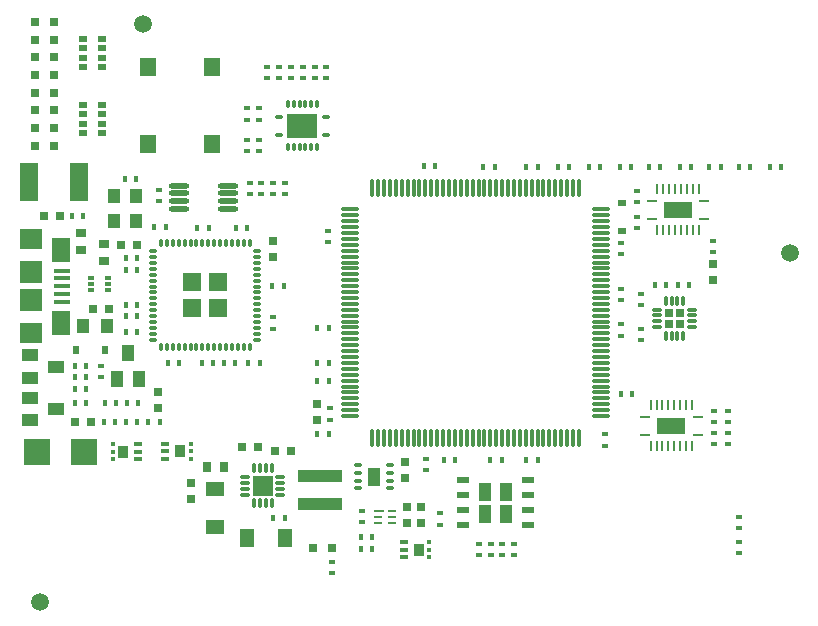
<source format=gtp>
G04 Layer_Color=32896*
%FSLAX44Y44*%
%MOMM*%
G71*
G01*
G75*
%ADD10R,0.4500X0.5000*%
%ADD11R,0.5000X0.4500*%
%ADD12R,1.2000X1.6000*%
%ADD13R,1.0000X1.4000*%
%ADD14R,1.1000X1.2500*%
%ADD15R,0.8000X0.6500*%
%ADD16R,0.6500X0.8000*%
%ADD17R,0.6500X0.4000*%
%ADD18R,0.4500X0.4000*%
%ADD19O,0.8000X0.2800*%
%ADD20O,0.2800X0.8000*%
%ADD22R,0.8000X0.8000*%
%ADD24R,1.4000X1.0000*%
%ADD25O,0.7000X0.3000*%
%ADD26O,0.3000X0.7000*%
%ADD27R,2.5500X2.0500*%
%ADD28R,0.9000X0.8000*%
%ADD29R,1.6000X2.1000*%
%ADD30R,1.3500X0.4000*%
%ADD31R,1.9000X1.8000*%
%ADD32R,1.9000X1.9000*%
G04:AMPARAMS|DCode=33|XSize=0.28mm|YSize=0.85mm|CornerRadius=0.098mm|HoleSize=0mm|Usage=FLASHONLY|Rotation=0.000|XOffset=0mm|YOffset=0mm|HoleType=Round|Shape=RoundedRectangle|*
%AMROUNDEDRECTD33*
21,1,0.2800,0.6540,0,0,0.0*
21,1,0.0840,0.8500,0,0,0.0*
1,1,0.1960,0.0420,-0.3270*
1,1,0.1960,-0.0420,-0.3270*
1,1,0.1960,-0.0420,0.3270*
1,1,0.1960,0.0420,0.3270*
%
%ADD33ROUNDEDRECTD33*%
G04:AMPARAMS|DCode=34|XSize=0.28mm|YSize=0.85mm|CornerRadius=0.098mm|HoleSize=0mm|Usage=FLASHONLY|Rotation=90.000|XOffset=0mm|YOffset=0mm|HoleType=Round|Shape=RoundedRectangle|*
%AMROUNDEDRECTD34*
21,1,0.2800,0.6540,0,0,90.0*
21,1,0.0840,0.8500,0,0,90.0*
1,1,0.1960,0.3270,0.0420*
1,1,0.1960,0.3270,-0.0420*
1,1,0.1960,-0.3270,-0.0420*
1,1,0.1960,-0.3270,0.0420*
%
%ADD34ROUNDEDRECTD34*%
%ADD36R,1.7000X1.7000*%
%ADD37C,1.5000*%
%ADD38R,1.5000X3.2000*%
%ADD39R,0.8000X0.9000*%
%ADD40R,0.8500X0.2800*%
%ADD41R,0.2800X0.8500*%
%ADD43R,1.4000X1.5000*%
%ADD44R,0.6858X0.5588*%
%ADD45R,0.8000X0.5000*%
%ADD46R,1.6000X1.2000*%
%ADD47R,0.5588X0.6858*%
G04:AMPARAMS|DCode=49|XSize=0.3mm|YSize=0.65mm|CornerRadius=0.045mm|HoleSize=0mm|Usage=FLASHONLY|Rotation=90.000|XOffset=0mm|YOffset=0mm|HoleType=Round|Shape=RoundedRectangle|*
%AMROUNDEDRECTD49*
21,1,0.3000,0.5600,0,0,90.0*
21,1,0.2100,0.6500,0,0,90.0*
1,1,0.0900,0.2800,0.1050*
1,1,0.0900,0.2800,-0.1050*
1,1,0.0900,-0.2800,-0.1050*
1,1,0.0900,-0.2800,0.1050*
%
%ADD49ROUNDEDRECTD49*%
%ADD50R,1.0000X1.2000*%
%ADD51R,0.5000X0.3000*%
%ADD52O,1.8000X0.4500*%
%ADD53R,3.7000X0.9800*%
%ADD54R,0.7500X0.2800*%
G04:AMPARAMS|DCode=56|XSize=0.45mm|YSize=1.05mm|CornerRadius=0.0675mm|HoleSize=0mm|Usage=FLASHONLY|Rotation=90.000|XOffset=0mm|YOffset=0mm|HoleType=Round|Shape=RoundedRectangle|*
%AMROUNDEDRECTD56*
21,1,0.4500,0.9150,0,0,90.0*
21,1,0.3150,1.0500,0,0,90.0*
1,1,0.1350,0.4575,0.1575*
1,1,0.1350,0.4575,-0.1575*
1,1,0.1350,-0.4575,-0.1575*
1,1,0.1350,-0.4575,0.1575*
%
%ADD56ROUNDEDRECTD56*%
%ADD57R,2.2000X2.2000*%
%ADD58O,1.6500X0.3000*%
%ADD59O,0.3000X1.6500*%
%ADD94R,0.8250X1.0000*%
%ADD95R,1.5000X1.5000*%
%ADD96R,0.7000X0.7000*%
%ADD97R,0.7000X0.7000*%
%ADD98R,1.1000X1.5000*%
%ADD99R,2.4500X1.4500*%
%ADD100R,1.0000X1.6500*%
D10*
X181250Y224000D02*
D03*
X190750D02*
D03*
X108750Y190000D02*
D03*
X99250D02*
D03*
X88750Y174000D02*
D03*
X79250D02*
D03*
X98250Y273000D02*
D03*
X107750D02*
D03*
X131760Y339580D02*
D03*
X122260D02*
D03*
X437250Y390000D02*
D03*
X446750D02*
D03*
X64750Y222000D02*
D03*
X55250D02*
D03*
X107750Y313000D02*
D03*
X98250D02*
D03*
X200750Y338140D02*
D03*
X191250D02*
D03*
X107750Y264000D02*
D03*
X98250D02*
D03*
X143160Y224240D02*
D03*
X133660D02*
D03*
X106750Y380340D02*
D03*
X97250D02*
D03*
X55250Y212000D02*
D03*
X64750D02*
D03*
X410450Y390000D02*
D03*
X400950D02*
D03*
X546250Y290000D02*
D03*
X555750D02*
D03*
X517250Y198000D02*
D03*
X526750D02*
D03*
X269750Y254000D02*
D03*
X260250D02*
D03*
X541250Y390000D02*
D03*
X550750D02*
D03*
X297250Y67000D02*
D03*
X306750D02*
D03*
X525750Y390000D02*
D03*
X516250D02*
D03*
X201840Y224000D02*
D03*
X211340D02*
D03*
X232630Y92700D02*
D03*
X223130D02*
D03*
X98250Y250000D02*
D03*
X107750D02*
D03*
X446750Y142000D02*
D03*
X437250D02*
D03*
X297250Y77000D02*
D03*
X306750D02*
D03*
X171750Y224000D02*
D03*
X162250D02*
D03*
X80250Y190000D02*
D03*
X89750D02*
D03*
X55250Y190000D02*
D03*
X64750D02*
D03*
X98250Y303000D02*
D03*
X107750D02*
D03*
X260250Y224000D02*
D03*
X269750D02*
D03*
Y209000D02*
D03*
X260250D02*
D03*
X168160Y338420D02*
D03*
X158660D02*
D03*
X117250Y174000D02*
D03*
X126750D02*
D03*
X260250Y164000D02*
D03*
X269750D02*
D03*
X565250Y290000D02*
D03*
X574750D02*
D03*
X652750Y390000D02*
D03*
X643250D02*
D03*
X61760Y348810D02*
D03*
X52260D02*
D03*
X406840Y141870D02*
D03*
X416340D02*
D03*
X576750Y390000D02*
D03*
X567250D02*
D03*
X464250D02*
D03*
X473750D02*
D03*
X626750D02*
D03*
X617250D02*
D03*
X350450Y391000D02*
D03*
X359950D02*
D03*
X367250Y142000D02*
D03*
X376750D02*
D03*
X499750Y390000D02*
D03*
X490250D02*
D03*
X222250Y289000D02*
D03*
X231750D02*
D03*
X107750Y174000D02*
D03*
X98250D02*
D03*
X64750Y202000D02*
D03*
X55250D02*
D03*
X592250Y390000D02*
D03*
X601750D02*
D03*
D11*
X534000Y282750D02*
D03*
Y273250D02*
D03*
X269380Y326190D02*
D03*
Y335690D02*
D03*
X223000Y262750D02*
D03*
Y253250D02*
D03*
X531000Y360250D02*
D03*
Y369750D02*
D03*
X608000Y183750D02*
D03*
Y174250D02*
D03*
X201000Y439750D02*
D03*
Y430250D02*
D03*
X596000Y183750D02*
D03*
Y174250D02*
D03*
X273000Y46250D02*
D03*
Y55750D02*
D03*
X595000Y318250D02*
D03*
Y327750D02*
D03*
X608000Y155250D02*
D03*
Y164750D02*
D03*
X126000Y361250D02*
D03*
Y370750D02*
D03*
X238000Y474750D02*
D03*
Y465250D02*
D03*
X268000Y474750D02*
D03*
Y465250D02*
D03*
X271000Y176250D02*
D03*
Y185750D02*
D03*
X228000Y474750D02*
D03*
Y465250D02*
D03*
X517000Y256750D02*
D03*
Y247250D02*
D03*
X364000Y96750D02*
D03*
Y87250D02*
D03*
X503750Y163750D02*
D03*
Y154250D02*
D03*
X617000Y72750D02*
D03*
Y63250D02*
D03*
X223000Y376750D02*
D03*
Y367250D02*
D03*
X258000Y474750D02*
D03*
Y465250D02*
D03*
X201000Y403250D02*
D03*
Y412750D02*
D03*
X211000D02*
D03*
Y403250D02*
D03*
X298000Y89250D02*
D03*
Y98750D02*
D03*
X517000Y286750D02*
D03*
Y277250D02*
D03*
X352620Y142730D02*
D03*
Y133230D02*
D03*
X233000Y367250D02*
D03*
Y376750D02*
D03*
X397000Y61250D02*
D03*
Y70750D02*
D03*
X211000Y439750D02*
D03*
Y430250D02*
D03*
X77000Y221750D02*
D03*
Y212250D02*
D03*
X218000Y474750D02*
D03*
Y465250D02*
D03*
X427000Y61250D02*
D03*
Y70750D02*
D03*
X596000Y164750D02*
D03*
Y155250D02*
D03*
X531000Y338250D02*
D03*
Y347750D02*
D03*
X417000Y61250D02*
D03*
Y70750D02*
D03*
X407000Y61250D02*
D03*
Y70750D02*
D03*
X617000Y84250D02*
D03*
Y93750D02*
D03*
X534000Y243250D02*
D03*
Y252750D02*
D03*
X213000Y376750D02*
D03*
Y367250D02*
D03*
X517000Y316250D02*
D03*
Y325750D02*
D03*
X248000Y474750D02*
D03*
Y465250D02*
D03*
X203000Y376750D02*
D03*
Y367250D02*
D03*
D12*
X200640Y76280D02*
D03*
X232640D02*
D03*
D13*
X90500Y211000D02*
D03*
X109500D02*
D03*
X100000Y233000D02*
D03*
D14*
X61470Y255550D02*
D03*
X82470D02*
D03*
D15*
X348121Y88967D02*
D03*
Y102467D02*
D03*
X595000Y294250D02*
D03*
Y307750D02*
D03*
X336121Y88967D02*
D03*
Y102467D02*
D03*
X260000Y176250D02*
D03*
Y189750D02*
D03*
X125000Y185750D02*
D03*
Y199250D02*
D03*
X153000Y122750D02*
D03*
Y109250D02*
D03*
X222440Y327210D02*
D03*
Y313710D02*
D03*
X334879Y140033D02*
D03*
Y126533D02*
D03*
D16*
X107620Y324180D02*
D03*
X94120D02*
D03*
X84120Y270090D02*
D03*
X70620D02*
D03*
X28740Y348810D02*
D03*
X42240D02*
D03*
X54750Y174000D02*
D03*
X68250D02*
D03*
X196250Y153000D02*
D03*
X209750D02*
D03*
X224250Y150000D02*
D03*
X237750D02*
D03*
D17*
X108530Y142460D02*
D03*
Y148960D02*
D03*
Y155460D02*
D03*
X333750Y59500D02*
D03*
Y66000D02*
D03*
Y72500D02*
D03*
X131470Y142820D02*
D03*
Y149320D02*
D03*
Y155820D02*
D03*
D18*
X87030Y155460D02*
D03*
Y148960D02*
D03*
Y142460D02*
D03*
X355250Y72500D02*
D03*
Y66000D02*
D03*
Y59500D02*
D03*
X152970Y155820D02*
D03*
Y149320D02*
D03*
Y142820D02*
D03*
D19*
X121460Y318850D02*
D03*
Y313850D02*
D03*
Y253850D02*
D03*
Y258850D02*
D03*
Y263850D02*
D03*
Y268850D02*
D03*
Y273850D02*
D03*
Y278850D02*
D03*
Y283850D02*
D03*
Y288850D02*
D03*
Y293850D02*
D03*
Y298850D02*
D03*
Y303850D02*
D03*
Y308850D02*
D03*
Y248850D02*
D03*
Y243850D02*
D03*
X209460Y318850D02*
D03*
Y313850D02*
D03*
Y308850D02*
D03*
Y303850D02*
D03*
Y298850D02*
D03*
Y293850D02*
D03*
Y288850D02*
D03*
Y283850D02*
D03*
Y278850D02*
D03*
Y273850D02*
D03*
Y268850D02*
D03*
Y263850D02*
D03*
Y258850D02*
D03*
Y253850D02*
D03*
Y248850D02*
D03*
Y243850D02*
D03*
D20*
X127960Y237350D02*
D03*
X132960D02*
D03*
X137960D02*
D03*
X142960D02*
D03*
X147960D02*
D03*
X152960D02*
D03*
X157960D02*
D03*
X162960D02*
D03*
X167960D02*
D03*
X172960D02*
D03*
X177960D02*
D03*
X182960D02*
D03*
X187960D02*
D03*
X202960D02*
D03*
X197960D02*
D03*
X192960D02*
D03*
X167960Y325350D02*
D03*
X202960D02*
D03*
X197960D02*
D03*
X192960D02*
D03*
X187960D02*
D03*
X182960D02*
D03*
X177960D02*
D03*
X172960D02*
D03*
X162960D02*
D03*
X157960D02*
D03*
X152960D02*
D03*
X147960D02*
D03*
X142960D02*
D03*
X137960D02*
D03*
X132960D02*
D03*
X127960D02*
D03*
D22*
X37000Y513000D02*
D03*
X21000D02*
D03*
X37000Y468000D02*
D03*
X21000D02*
D03*
X37000Y483000D02*
D03*
X21000D02*
D03*
X37000Y498000D02*
D03*
X21000D02*
D03*
X37230Y453000D02*
D03*
X21230D02*
D03*
X37000Y423000D02*
D03*
X21000D02*
D03*
X37000Y408000D02*
D03*
X21000D02*
D03*
X272340Y67360D02*
D03*
X256340D02*
D03*
X37000Y438000D02*
D03*
X21000D02*
D03*
D24*
X17000Y194500D02*
D03*
Y175500D02*
D03*
X39000Y185000D02*
D03*
X17000Y230500D02*
D03*
Y211500D02*
D03*
X39000Y221000D02*
D03*
D25*
X228217Y432379D02*
D03*
Y417379D02*
D03*
X267217D02*
D03*
Y432379D02*
D03*
D26*
X235217Y406629D02*
D03*
X240217D02*
D03*
X245217D02*
D03*
X250217D02*
D03*
X255217D02*
D03*
X260217D02*
D03*
Y443129D02*
D03*
X255217D02*
D03*
X250217D02*
D03*
X245217D02*
D03*
X240217D02*
D03*
X235217D02*
D03*
D27*
X247717Y424879D02*
D03*
D28*
X59910Y333990D02*
D03*
Y319990D02*
D03*
X79820Y324718D02*
D03*
Y310718D02*
D03*
D29*
X43125Y258192D02*
D03*
Y320192D02*
D03*
D30*
X44375Y276192D02*
D03*
Y282692D02*
D03*
Y289192D02*
D03*
Y295692D02*
D03*
Y302192D02*
D03*
D31*
X17625Y329192D02*
D03*
Y249192D02*
D03*
D32*
Y301192D02*
D03*
Y277192D02*
D03*
D33*
X555218Y276629D02*
D03*
X560218D02*
D03*
X565218D02*
D03*
X570218D02*
D03*
X555218Y247129D02*
D03*
X560218D02*
D03*
X565218D02*
D03*
X570218D02*
D03*
X206640Y135030D02*
D03*
X211640D02*
D03*
X216640D02*
D03*
X221640D02*
D03*
X206640Y105530D02*
D03*
X211640D02*
D03*
X216640D02*
D03*
X221640D02*
D03*
D34*
X547968Y269379D02*
D03*
Y264379D02*
D03*
Y259379D02*
D03*
Y254379D02*
D03*
X577468Y254379D02*
D03*
Y259379D02*
D03*
Y264379D02*
D03*
Y269379D02*
D03*
X199390Y112780D02*
D03*
Y117780D02*
D03*
Y122780D02*
D03*
Y127780D02*
D03*
X228890Y127780D02*
D03*
Y122780D02*
D03*
Y117780D02*
D03*
Y112780D02*
D03*
D36*
X214140Y120280D02*
D03*
D37*
X25400Y21590D02*
D03*
X113040Y511460D02*
D03*
X660620Y317460D02*
D03*
D38*
X16530Y377610D02*
D03*
X58530D02*
D03*
D39*
X181000Y136000D02*
D03*
X167000D02*
D03*
D40*
X582250Y163500D02*
D03*
Y178500D02*
D03*
X537750D02*
D03*
Y163500D02*
D03*
X543467Y361379D02*
D03*
Y346379D02*
D03*
X587967D02*
D03*
Y361379D02*
D03*
X312467Y98879D02*
D03*
D41*
X577500Y188250D02*
D03*
X572500D02*
D03*
X567500D02*
D03*
X562500D02*
D03*
X557500D02*
D03*
X552500D02*
D03*
X547500D02*
D03*
X542500D02*
D03*
Y153750D02*
D03*
X547500D02*
D03*
X552500D02*
D03*
X557500D02*
D03*
X562500D02*
D03*
X567500D02*
D03*
X572500D02*
D03*
X577500D02*
D03*
X548218Y336629D02*
D03*
X553218D02*
D03*
X558218D02*
D03*
X563218D02*
D03*
X568218D02*
D03*
X573218D02*
D03*
X578218D02*
D03*
X583218D02*
D03*
Y371129D02*
D03*
X578218D02*
D03*
X573218D02*
D03*
X568218D02*
D03*
X563218D02*
D03*
X558218D02*
D03*
X553218D02*
D03*
X548218D02*
D03*
D43*
X171000Y474500D02*
D03*
Y409500D02*
D03*
X117000Y474500D02*
D03*
Y409500D02*
D03*
D44*
X518121Y359909D02*
D03*
Y335525D02*
D03*
D45*
X61560Y418860D02*
D03*
X77560D02*
D03*
Y426860D02*
D03*
Y434860D02*
D03*
Y442860D02*
D03*
X61560Y426860D02*
D03*
Y434860D02*
D03*
Y442860D02*
D03*
Y474620D02*
D03*
X77560D02*
D03*
Y482620D02*
D03*
Y490620D02*
D03*
Y498620D02*
D03*
X61560Y482620D02*
D03*
Y490620D02*
D03*
Y498620D02*
D03*
D46*
X173960Y85640D02*
D03*
Y117640D02*
D03*
D47*
X56090Y235121D02*
D03*
X80474D02*
D03*
D49*
X321871Y117968D02*
D03*
Y124468D02*
D03*
Y130968D02*
D03*
Y137468D02*
D03*
X294371D02*
D03*
Y130968D02*
D03*
Y124468D02*
D03*
Y117968D02*
D03*
D50*
X106880Y365480D02*
D03*
X87880D02*
D03*
X106880Y344480D02*
D03*
X87880D02*
D03*
D51*
X68740Y286130D02*
D03*
Y291130D02*
D03*
Y296130D02*
D03*
X82740D02*
D03*
Y291130D02*
D03*
Y286130D02*
D03*
D52*
X143570Y374350D02*
D03*
Y367850D02*
D03*
Y361350D02*
D03*
Y354850D02*
D03*
X185070Y374350D02*
D03*
Y367850D02*
D03*
Y361350D02*
D03*
Y354850D02*
D03*
D53*
X262720Y128130D02*
D03*
Y104430D02*
D03*
D54*
X311968Y93879D02*
D03*
Y88879D02*
D03*
X323467Y98879D02*
D03*
Y93879D02*
D03*
Y88879D02*
D03*
D56*
X438621Y86668D02*
D03*
Y99368D02*
D03*
Y112068D02*
D03*
Y124768D02*
D03*
X383621D02*
D03*
Y112068D02*
D03*
Y99368D02*
D03*
Y86668D02*
D03*
D57*
X22980Y149060D02*
D03*
X62980D02*
D03*
D58*
X288270Y354200D02*
D03*
Y349200D02*
D03*
Y344200D02*
D03*
Y339200D02*
D03*
Y334200D02*
D03*
Y329200D02*
D03*
Y324200D02*
D03*
Y319200D02*
D03*
Y314200D02*
D03*
Y309200D02*
D03*
Y304200D02*
D03*
Y299200D02*
D03*
Y294200D02*
D03*
Y289200D02*
D03*
Y284200D02*
D03*
Y279200D02*
D03*
Y274200D02*
D03*
Y269200D02*
D03*
Y264200D02*
D03*
Y259200D02*
D03*
Y254200D02*
D03*
Y249200D02*
D03*
Y244200D02*
D03*
Y239200D02*
D03*
Y234200D02*
D03*
Y229200D02*
D03*
Y224200D02*
D03*
Y219200D02*
D03*
Y214200D02*
D03*
Y209200D02*
D03*
Y204200D02*
D03*
Y199200D02*
D03*
Y194200D02*
D03*
Y189200D02*
D03*
Y184200D02*
D03*
Y179200D02*
D03*
X500270D02*
D03*
Y184200D02*
D03*
Y189200D02*
D03*
Y194200D02*
D03*
Y199200D02*
D03*
Y204200D02*
D03*
Y209200D02*
D03*
Y214200D02*
D03*
Y219200D02*
D03*
Y224200D02*
D03*
Y229200D02*
D03*
Y234200D02*
D03*
Y239200D02*
D03*
Y244200D02*
D03*
Y249200D02*
D03*
Y254200D02*
D03*
Y259200D02*
D03*
Y264200D02*
D03*
X500270Y269200D02*
D03*
X500270Y274200D02*
D03*
Y279200D02*
D03*
Y284200D02*
D03*
Y289200D02*
D03*
Y294200D02*
D03*
Y299200D02*
D03*
Y304200D02*
D03*
Y309200D02*
D03*
Y314200D02*
D03*
Y319200D02*
D03*
Y324200D02*
D03*
Y329200D02*
D03*
Y334200D02*
D03*
Y339200D02*
D03*
Y344200D02*
D03*
Y349200D02*
D03*
Y354200D02*
D03*
D59*
X306770Y160700D02*
D03*
X311770D02*
D03*
X316770D02*
D03*
X321770D02*
D03*
X326770D02*
D03*
X331770D02*
D03*
X336770D02*
D03*
X341770D02*
D03*
X346770D02*
D03*
X351770D02*
D03*
X356770D02*
D03*
X361770D02*
D03*
X366770D02*
D03*
X371770D02*
D03*
X376770D02*
D03*
X381770D02*
D03*
X386770D02*
D03*
X391770Y160700D02*
D03*
X396770Y160700D02*
D03*
X401770D02*
D03*
X406770D02*
D03*
X411770D02*
D03*
X416770D02*
D03*
X421770D02*
D03*
X426770D02*
D03*
X431770D02*
D03*
X436770D02*
D03*
X441770D02*
D03*
X446770D02*
D03*
X451770D02*
D03*
X456770D02*
D03*
X461770D02*
D03*
X466770D02*
D03*
X471770D02*
D03*
X476770D02*
D03*
X481770D02*
D03*
Y372700D02*
D03*
X476770D02*
D03*
X471770D02*
D03*
X466770D02*
D03*
X461770D02*
D03*
X456770D02*
D03*
X451770D02*
D03*
X446770D02*
D03*
X441770D02*
D03*
X436770D02*
D03*
X431770D02*
D03*
X426770D02*
D03*
X421770D02*
D03*
X416770D02*
D03*
X411770D02*
D03*
X406770D02*
D03*
X401770D02*
D03*
X396770D02*
D03*
X391770D02*
D03*
X386770D02*
D03*
X381770D02*
D03*
X376770D02*
D03*
X371770D02*
D03*
X366770D02*
D03*
X361770D02*
D03*
X356770D02*
D03*
X351770D02*
D03*
X346770D02*
D03*
X341770D02*
D03*
X336770D02*
D03*
X331770D02*
D03*
X326770D02*
D03*
X321770D02*
D03*
X316770D02*
D03*
X311770D02*
D03*
X306770D02*
D03*
D94*
X96155Y148960D02*
D03*
X346125Y66000D02*
D03*
X143845Y149320D02*
D03*
D95*
X154460Y270350D02*
D03*
X176460D02*
D03*
Y292350D02*
D03*
X154460D02*
D03*
D96*
X567218Y257379D02*
D03*
X558218D02*
D03*
D97*
X567218Y266379D02*
D03*
X558218D02*
D03*
D98*
X419621Y96218D02*
D03*
Y115218D02*
D03*
X402621D02*
D03*
Y96218D02*
D03*
D99*
X560000Y171000D02*
D03*
X565718Y353879D02*
D03*
D100*
X308121Y127718D02*
D03*
M02*

</source>
